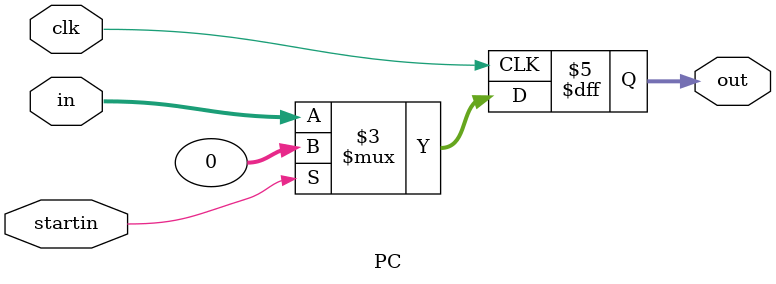
<source format=v>
`timescale 1ns / 1ps
module PC(out, in, clk, startin);
	input [31:0] in;
	input startin, clk;
	output reg [31:0] out;
	
	always @(posedge clk) begin
		
		if(startin) begin
			$display("pc 0");
			$display(0);
			out <= 32'b0;
		end else begin
			$display("pc in");
			$display(in);
			out <= in;
		end
	end

endmodule

</source>
